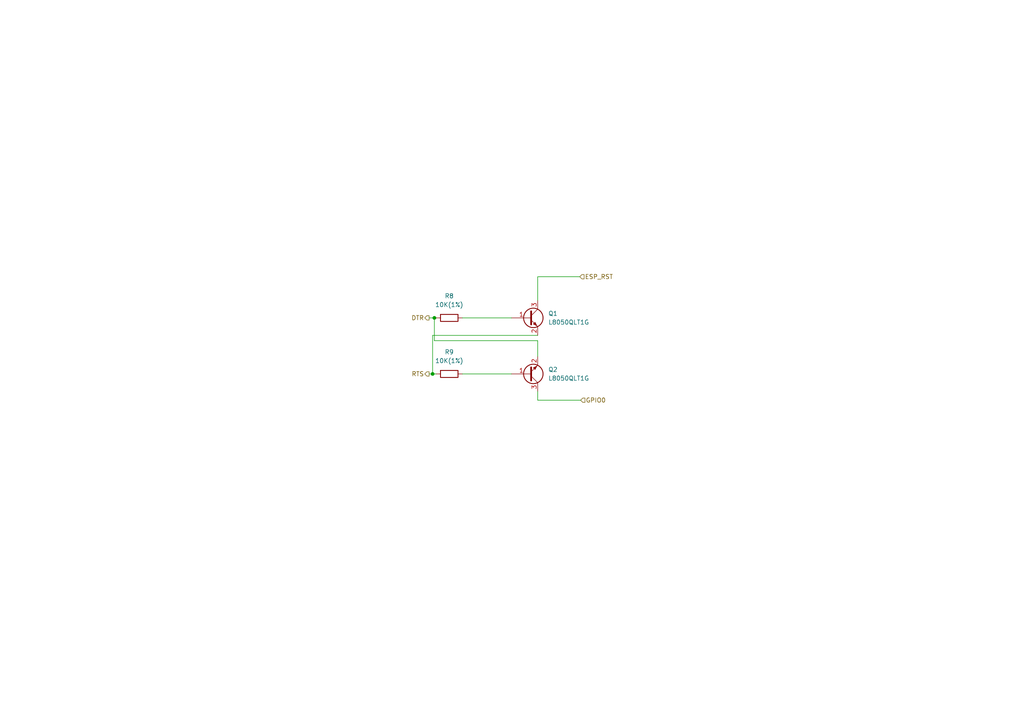
<source format=kicad_sch>
(kicad_sch (version 20211123) (generator eeschema)
  (paper "A4")
  (lib_symbols
    (symbol "Device:R" (pin_numbers hide) (pin_names (offset 0))
      (property "Reference" "R" (at 2.032 0 90))
      (property "Value" "R" (at 0 0 90))
      (symbol "R_0_1"
        (rectangle (start -1.016 -2.54) (end 1.016 2.54) (stroke (width 0.254)))
      )
      (symbol "R_1_1"
        (pin passive line (at 0 3.81 270) (length 1.27) (name "~") (number "1"))
        (pin passive line (at 0 -3.81 90) (length 1.27) (name "~") (number "2"))
      )
    )
    (symbol "Transistor_BJT:BC847" (pin_names (offset 0) hide)
      (property "Reference" "Q" (at 5.08 1.905 0))
      (property "Value" "BC847" (at 5.08 0 0))
      (symbol "BC847_0_1"
        (polyline (pts (xy 0.635 0.635) (xy 2.54 2.54)))
        (polyline (pts (xy 0.635 -0.635) (xy 2.54 -2.54) (xy 2.54 -2.54)))
        (polyline (pts (xy 0.635 1.905) (xy 0.635 -1.905) (xy 0.635 -1.905)) (stroke (width 0.508)))
        (polyline (pts (xy 1.27 -1.778) (xy 1.778 -1.27) (xy 2.286 -2.286) (xy 1.27 -1.778) (xy 1.27 -1.778)) (fill (type outline)))
        (circle (center 1.27 0) (radius 2.8194) (stroke (width 0.254)))
      )
      (symbol "BC847_1_1"
        (pin input line (at -5.08 0 0) (length 5.715) (name "B") (number "1"))
        (pin passive line (at 2.54 -5.08 90) (length 2.54) (name "E") (number "2"))
        (pin passive line (at 2.54 5.08 270) (length 2.54) (name "C") (number "3"))
      )
    )
  )
  (junction (at 125.476 108.458))
  (junction (at 125.984 92.202))
  (wire (pts (xy 124.46 92.202) (xy 125.984 92.202)))
  (wire (pts (xy 155.956 98.806) (xy 155.956 103.378)))
  (wire (pts (xy 125.984 98.806) (xy 125.984 92.202)))
  (wire (pts (xy 134.112 108.458) (xy 148.336 108.458)))
  (wire (pts (xy 125.476 97.282) (xy 125.476 108.458)))
  (wire (pts (xy 125.984 92.202) (xy 126.492 92.202)))
  (wire (pts (xy 155.956 80.264) (xy 155.956 87.122)))
  (wire (pts (xy 155.956 98.806) (xy 125.984 98.806)))
  (wire (pts (xy 124.46 108.458) (xy 125.476 108.458)))
  (wire (pts (xy 134.112 92.202) (xy 148.336 92.202)))
  (wire (pts (xy 155.956 116.078) (xy 155.956 113.538)))
  (wire (pts (xy 168.402 116.078) (xy 155.956 116.078)))
  (wire (pts (xy 125.476 108.458) (xy 126.492 108.458)))
  (wire (pts (xy 168.148 80.264) (xy 155.956 80.264)))
  (wire (pts (xy 155.956 97.282) (xy 125.476 97.282)))
  (hierarchical_label "ESP_RST" (shape input) (at 168.148 80.264 0))
  (hierarchical_label "RTS" (shape output) (at 124.46 108.458 180))
  (hierarchical_label "DTR" (shape output) (at 124.46 92.202 180))
  (hierarchical_label "GPIO0" (shape input) (at 168.402 116.078 0))
  (symbol (lib_id "Device:R") (at 130.302 92.202 90) (unit 1)
    (property "Reference" "R8" (at 130.302 85.852 90))
    (property "Value" "10K(1%)" (at 130.302 88.392 90))
    (property "Footprint" "Resistor_SMD:R_0805_2012Metric" (effects hide))
  )
  (symbol (lib_id "Transistor_BJT:BC847") (at 153.416 92.202 0) (unit 1)
    (property "Reference" "Q1" (at 159.004 90.9319 0) (effects (justify left)))
    (property "Value" "L8050QLT1G" (at 159.004 93.4719 0) (effects (justify left)))
    (property "Footprint" "Package_TO_SOT_SMD:SOT-23" (effects hide))
    (property "Datasheet" "http://www.infineon.com/dgdl/Infineon-BC847SERIES_BC848SERIES_BC849SERIES_BC850SERIES-DS-v01_01-en.pdf?fileId=db3a304314dca389011541d4630a1657" (effects hide))
  )
  (symbol (lib_id "Device:R") (at 130.302 108.458 90) (unit 1)
    (property "Reference" "R9" (at 130.302 102.108 90))
    (property "Value" "10K(1%)" (at 130.302 104.648 90))
    (property "Footprint" "Resistor_SMD:R_0805_2012Metric" (effects hide))
  )
  (symbol (lib_id "Transistor_BJT:BC847") (at 153.416 108.458 0) (mirror x) (unit 1)
    (property "Reference" "Q2" (at 159.004 107.1879 0) (effects (justify left)))
    (property "Value" "L8050QLT1G" (at 159.004 109.7279 0) (effects (justify left)))
    (property "Footprint" "Package_TO_SOT_SMD:SOT-23" (effects hide))
    (property "Datasheet" "http://www.infineon.com/dgdl/Infineon-BC847SERIES_BC848SERIES_BC849SERIES_BC850SERIES-DS-v01_01-en.pdf?fileId=db3a304314dca389011541d4630a1657" (effects hide))
  )
)
</source>
